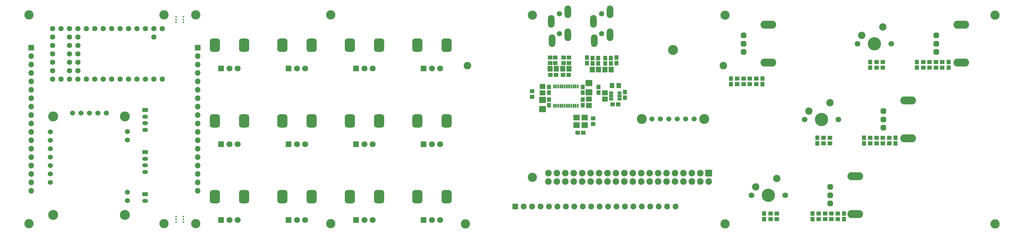
<source format=gbs>
%TF.GenerationSoftware,KiCad,Pcbnew,(6.0.8)*%
%TF.CreationDate,2022-10-17T00:12:51-07:00*%
%TF.ProjectId,norns-deck-210330,6e6f726e-732d-4646-9563-6b2d32313033,rev?*%
%TF.SameCoordinates,Original*%
%TF.FileFunction,Soldermask,Bot*%
%TF.FilePolarity,Negative*%
%FSLAX46Y46*%
G04 Gerber Fmt 4.6, Leading zero omitted, Abs format (unit mm)*
G04 Created by KiCad (PCBNEW (6.0.8)) date 2022-10-17 00:12:51*
%MOMM*%
%LPD*%
G01*
G04 APERTURE LIST*
G04 Aperture macros list*
%AMRoundRect*
0 Rectangle with rounded corners*
0 $1 Rounding radius*
0 $2 $3 $4 $5 $6 $7 $8 $9 X,Y pos of 4 corners*
0 Add a 4 corners polygon primitive as box body*
4,1,4,$2,$3,$4,$5,$6,$7,$8,$9,$2,$3,0*
0 Add four circle primitives for the rounded corners*
1,1,$1+$1,$2,$3*
1,1,$1+$1,$4,$5*
1,1,$1+$1,$6,$7*
1,1,$1+$1,$8,$9*
0 Add four rect primitives between the rounded corners*
20,1,$1+$1,$2,$3,$4,$5,0*
20,1,$1+$1,$4,$5,$6,$7,0*
20,1,$1+$1,$6,$7,$8,$9,0*
20,1,$1+$1,$8,$9,$2,$3,0*%
%AMFreePoly0*
4,1,25,0.436719,0.836196,0.448842,0.825842,0.825842,0.448842,0.854349,0.392894,0.855600,0.377000,0.855600,-0.377000,0.836196,-0.436719,0.825842,-0.448842,0.448842,-0.825842,0.392894,-0.854349,0.377000,-0.855600,-0.377000,-0.855600,-0.436719,-0.836196,-0.448842,-0.825842,-0.825842,-0.448842,-0.854349,-0.392894,-0.855600,-0.377000,-0.855600,0.377000,-0.836196,0.436719,-0.825842,0.448842,
-0.448842,0.825842,-0.392894,0.854349,-0.377000,0.855600,0.377000,0.855600,0.436719,0.836196,0.436719,0.836196,$1*%
%AMFreePoly1*
4,1,25,0.370379,0.832196,0.382502,0.821842,0.821842,0.382502,0.850349,0.326554,0.851600,0.310660,0.851600,-0.310660,0.832196,-0.370379,0.821842,-0.382502,0.382502,-0.821842,0.326554,-0.850349,0.310660,-0.851600,-0.310660,-0.851600,-0.370379,-0.832196,-0.382502,-0.821842,-0.821842,-0.382502,-0.850349,-0.326554,-0.851600,-0.310660,-0.851600,0.310660,-0.832196,0.370379,-0.821842,0.382502,
-0.382502,0.821842,-0.326554,0.850349,-0.310660,0.851600,0.310660,0.851600,0.370379,0.832196,0.370379,0.832196,$1*%
G04 Aperture macros list end*
%ADD10C,2.800000*%
%ADD11C,2.750000*%
%ADD12RoundRect,0.101600X0.889000X0.889000X-0.889000X0.889000X-0.889000X-0.889000X0.889000X-0.889000X0*%
%ADD13C,1.981200*%
%ADD14FreePoly0,270.000000*%
%ADD15O,4.703200X2.453200*%
%ADD16R,1.800000X1.800000*%
%ADD17C,1.800000*%
%ADD18RoundRect,0.750000X0.750000X-1.250000X0.750000X1.250000X-0.750000X1.250000X-0.750000X-1.250000X0*%
%ADD19C,4.000000*%
%ADD20C,1.700000*%
%ADD21C,2.200000*%
%ADD22C,0.500000*%
%ADD23C,2.286000*%
%ADD24RoundRect,0.101600X-0.750000X-0.750000X0.750000X-0.750000X0.750000X0.750000X-0.750000X0.750000X0*%
%ADD25FreePoly1,0.000000*%
%ADD26C,3.000000*%
%ADD27C,1.524000*%
%ADD28R,1.700000X1.700000*%
%ADD29O,1.700000X1.700000*%
%ADD30C,1.600000*%
%ADD31O,2.003200X3.803200*%
%ADD32RoundRect,0.101600X0.500000X-0.550000X0.500000X0.550000X-0.500000X0.550000X-0.500000X-0.550000X0*%
%ADD33RoundRect,0.101600X0.550000X-0.500000X0.550000X0.500000X-0.550000X0.500000X-0.550000X-0.500000X0*%
%ADD34RoundRect,0.101600X0.500000X0.550000X-0.500000X0.550000X-0.500000X-0.550000X0.500000X-0.550000X0*%
%ADD35RoundRect,0.101600X-0.550000X0.500000X-0.550000X-0.500000X0.550000X-0.500000X0.550000X0.500000X0*%
%ADD36RoundRect,0.101600X0.900000X-0.800000X0.900000X0.800000X-0.900000X0.800000X-0.900000X-0.800000X0*%
%ADD37RoundRect,0.250000X-0.625000X0.350000X-0.625000X-0.350000X0.625000X-0.350000X0.625000X0.350000X0*%
%ADD38O,1.750000X1.200000*%
%ADD39RoundRect,0.101600X-0.500000X0.550000X-0.500000X-0.550000X0.500000X-0.550000X0.500000X0.550000X0*%
%ADD40RoundRect,0.101600X0.650000X0.750000X-0.650000X0.750000X-0.650000X-0.750000X0.650000X-0.750000X0*%
%ADD41RoundRect,0.101600X-0.650000X-0.750000X0.650000X-0.750000X0.650000X0.750000X-0.650000X0.750000X0*%
%ADD42RoundRect,0.101600X0.152400X0.495300X-0.152400X0.495300X-0.152400X-0.495300X0.152400X-0.495300X0*%
%ADD43RoundRect,0.101600X-0.900000X0.800000X-0.900000X-0.800000X0.900000X-0.800000X0.900000X0.800000X0*%
%ADD44RoundRect,0.101600X0.550000X0.500000X-0.550000X0.500000X-0.550000X-0.500000X0.550000X-0.500000X0*%
%ADD45RoundRect,0.101600X-0.495000X0.345000X-0.495000X-0.345000X0.495000X-0.345000X0.495000X0.345000X0*%
%ADD46RoundRect,0.101600X0.495000X-0.345000X0.495000X0.345000X-0.495000X0.345000X-0.495000X-0.345000X0*%
%ADD47RoundRect,0.101600X-0.500000X-0.550000X0.500000X-0.550000X0.500000X0.550000X-0.500000X0.550000X0*%
%ADD48RoundRect,0.101600X-0.750000X0.650000X-0.750000X-0.650000X0.750000X-0.650000X0.750000X0.650000X0*%
%ADD49RoundRect,0.101600X0.750000X-0.650000X0.750000X0.650000X-0.750000X0.650000X-0.750000X-0.650000X0*%
%ADD50RoundRect,0.101600X-0.550000X-0.500000X0.550000X-0.500000X0.550000X0.500000X-0.550000X0.500000X0*%
%ADD51RoundRect,0.101600X-0.600000X-0.650000X0.600000X-0.650000X0.600000X0.650000X-0.600000X0.650000X0*%
%ADD52RoundRect,0.101600X0.800000X0.750000X-0.800000X0.750000X-0.800000X-0.750000X0.800000X-0.750000X0*%
%ADD53RoundRect,0.101600X-0.800000X-0.750000X0.800000X-0.750000X0.800000X0.750000X-0.800000X0.750000X0*%
G04 APERTURE END LIST*
D10*
X49685200Y-178847800D03*
D11*
X201212200Y-164857800D03*
X259212200Y-115857800D03*
X201212200Y-115857800D03*
D12*
X254342200Y-163587800D03*
D13*
X254342200Y-166127800D03*
X251802200Y-163587800D03*
X251802200Y-166127800D03*
X249262200Y-163587800D03*
X249262200Y-166127800D03*
X246722200Y-163587800D03*
X246722200Y-166127800D03*
X244182200Y-163587800D03*
X244182200Y-166127800D03*
X241642200Y-163587800D03*
X241642200Y-166127800D03*
X239102200Y-163587800D03*
X239102200Y-166127800D03*
X236562200Y-163587800D03*
X236562200Y-166127800D03*
X234022200Y-163587800D03*
X234022200Y-166127800D03*
X231482200Y-163587800D03*
X231482200Y-166127800D03*
X228942200Y-163587800D03*
X228942200Y-166127800D03*
X226402200Y-163587800D03*
X226402200Y-166127800D03*
X223862200Y-163587800D03*
X223862200Y-166127800D03*
X221322200Y-163587800D03*
X221322200Y-166127800D03*
X218782200Y-163587800D03*
X218782200Y-166127800D03*
X216242200Y-163587800D03*
X216242200Y-166127800D03*
X213702200Y-163587800D03*
X213702200Y-166127800D03*
X211162200Y-163587800D03*
X211162200Y-166127800D03*
X208622200Y-163587800D03*
X208622200Y-166127800D03*
X206082200Y-163587800D03*
X206082200Y-166127800D03*
D14*
X290912200Y-167717800D03*
X290912200Y-172717800D03*
X290912200Y-170217800D03*
D15*
X298412200Y-164502800D03*
X298412200Y-175932800D03*
D16*
X107495200Y-154847800D03*
D17*
X109995200Y-154847800D03*
X112495200Y-154847800D03*
D18*
X105595200Y-147847800D03*
X114395200Y-147847800D03*
D16*
X148135200Y-177707800D03*
D17*
X150635200Y-177707800D03*
X153135200Y-177707800D03*
D18*
X155035200Y-170707800D03*
X146235200Y-170707800D03*
D10*
X49685200Y-115847800D03*
D16*
X107495200Y-131987800D03*
D17*
X109995200Y-131987800D03*
X112495200Y-131987800D03*
D18*
X105595200Y-124987800D03*
X114395200Y-124987800D03*
D19*
X304212200Y-124497800D03*
D20*
X299132200Y-124497800D03*
X309292200Y-124497800D03*
D21*
X306752200Y-119417800D03*
X300402200Y-121957800D03*
D10*
X259212200Y-178857800D03*
D16*
X148135200Y-154847800D03*
D17*
X150635200Y-154847800D03*
X153135200Y-154847800D03*
D18*
X155035200Y-147847800D03*
X146235200Y-147847800D03*
D22*
X93980200Y-117227800D03*
X96180200Y-116427800D03*
X93980200Y-118027800D03*
X96180200Y-118027800D03*
X96180200Y-117227800D03*
X93980200Y-116427800D03*
D16*
X107495200Y-177707800D03*
D17*
X109995200Y-177707800D03*
X112495200Y-177707800D03*
D18*
X105595200Y-170707800D03*
X114395200Y-170707800D03*
D14*
X264792200Y-121997800D03*
X264792200Y-126997800D03*
X264792200Y-124497800D03*
D15*
X272292200Y-118782800D03*
X272292200Y-130212800D03*
D16*
X168455200Y-177707800D03*
D17*
X170955200Y-177707800D03*
X173455200Y-177707800D03*
D18*
X175355200Y-170707800D03*
X166555200Y-170707800D03*
D10*
X181107200Y-178857800D03*
X99835200Y-115847800D03*
D16*
X127815200Y-131987800D03*
D17*
X130315200Y-131987800D03*
X132815200Y-131987800D03*
D18*
X134715200Y-124987800D03*
X125915200Y-124987800D03*
D10*
X90325200Y-178847800D03*
D16*
X127815200Y-177707800D03*
D17*
X130315200Y-177707800D03*
X132815200Y-177707800D03*
D18*
X134715200Y-170707800D03*
X125915200Y-170707800D03*
D10*
X140475200Y-178847800D03*
X90325200Y-115847800D03*
D22*
X93980200Y-177487800D03*
X96180200Y-177487800D03*
X93980200Y-176687800D03*
X93980200Y-178287800D03*
X96180200Y-178287800D03*
X96180200Y-176687800D03*
D23*
X181667200Y-131112800D03*
X258667200Y-131112800D03*
D24*
X196037200Y-173612800D03*
D25*
X198577200Y-173612800D03*
X201117200Y-173612800D03*
X203657200Y-173612800D03*
X206197200Y-173612800D03*
X208737200Y-173612800D03*
X211277200Y-173612800D03*
X213817200Y-173612800D03*
X216357200Y-173612800D03*
X218897200Y-173612800D03*
X221437200Y-173612800D03*
X223977200Y-173612800D03*
X226517200Y-173612800D03*
X229057200Y-173612800D03*
X231597200Y-173612800D03*
X234137200Y-173612800D03*
X236677200Y-173612800D03*
X239217200Y-173612800D03*
X241757200Y-173612800D03*
X244297200Y-173612800D03*
D16*
X168455200Y-154847800D03*
D17*
X170955200Y-154847800D03*
X173455200Y-154847800D03*
D18*
X175355200Y-147847800D03*
X166555200Y-147847800D03*
D14*
X306872200Y-144857800D03*
X306872200Y-149857800D03*
X306872200Y-147357800D03*
D15*
X314372200Y-141642800D03*
X314372200Y-153072800D03*
D10*
X99835200Y-178847800D03*
X340492200Y-115857800D03*
D19*
X272292200Y-170217800D03*
D20*
X277372200Y-170217800D03*
X267212200Y-170217800D03*
D21*
X274832200Y-165137800D03*
X268482200Y-167677800D03*
D26*
X234142800Y-147199800D03*
X243542800Y-126399800D03*
X252942800Y-147199800D03*
D27*
X237192800Y-147199800D03*
X239732800Y-147199800D03*
X242272800Y-147199800D03*
X244812800Y-147199800D03*
X247352800Y-147199800D03*
X249892800Y-147199800D03*
D28*
X50320200Y-125757800D03*
D29*
X50320200Y-128297800D03*
X50320200Y-130837800D03*
X50320200Y-133377800D03*
X50320200Y-135917800D03*
X50320200Y-138457800D03*
X50320200Y-140997800D03*
X50320200Y-143537800D03*
X50320200Y-146077800D03*
X50320200Y-148617800D03*
X50320200Y-151157800D03*
X50320200Y-153697800D03*
X50320200Y-156237800D03*
X50320200Y-158777800D03*
X50320200Y-161317800D03*
X50320200Y-163857800D03*
X50320200Y-166397800D03*
X50320200Y-168937800D03*
D20*
X283172200Y-147357800D03*
X293332200Y-147357800D03*
D19*
X288252200Y-147357800D03*
D21*
X290792200Y-142277800D03*
X284442200Y-144817800D03*
D16*
X127815200Y-154847800D03*
D17*
X130315200Y-154847800D03*
X132815200Y-154847800D03*
D18*
X125915200Y-147847800D03*
X134715200Y-147847800D03*
D10*
X340492200Y-178857800D03*
D16*
X148135200Y-131987800D03*
D17*
X150635200Y-131987800D03*
X153135200Y-131987800D03*
D18*
X155035200Y-124987800D03*
X146235200Y-124987800D03*
D14*
X322832200Y-121997800D03*
X322832200Y-126997800D03*
X322832200Y-124497800D03*
D15*
X330332200Y-118782800D03*
X330332200Y-130212800D03*
D10*
X140475200Y-115847800D03*
D16*
X168455200Y-131987800D03*
D17*
X170955200Y-131987800D03*
X173455200Y-131987800D03*
D18*
X166555200Y-124987800D03*
X175355200Y-124987800D03*
D30*
X209372200Y-115497800D03*
X209372200Y-121497800D03*
D31*
X206872200Y-117797800D03*
X211872200Y-114897800D03*
X207172200Y-123597800D03*
X211872200Y-121797800D03*
D32*
X301037200Y-154557800D03*
X301037200Y-152857800D03*
D33*
X210642200Y-130352800D03*
X210642200Y-128652800D03*
D34*
X221017200Y-130455300D03*
X219317200Y-130455300D03*
D35*
X288887200Y-152857800D03*
X288887200Y-154557800D03*
X293136200Y-175717800D03*
X293136200Y-177417800D03*
X219532200Y-147067800D03*
X219532200Y-148767800D03*
D32*
X316997200Y-131697800D03*
X316997200Y-129997800D03*
D35*
X318902200Y-129997800D03*
X318902200Y-131697800D03*
D28*
X100470200Y-125757800D03*
D29*
X100470200Y-128297800D03*
X100470200Y-130837800D03*
X100470200Y-133377800D03*
X100470200Y-135917800D03*
X100470200Y-138457800D03*
X100470200Y-140997800D03*
X100470200Y-143537800D03*
X100470200Y-146077800D03*
X100470200Y-148617800D03*
X100470200Y-151157800D03*
X100470200Y-153697800D03*
X100470200Y-156237800D03*
X100470200Y-158777800D03*
X100470200Y-161317800D03*
X100470200Y-163857800D03*
X100470200Y-166397800D03*
X100470200Y-168937800D03*
D32*
X216357200Y-139242800D03*
X216357200Y-137542800D03*
X270507200Y-136697800D03*
X270507200Y-134997800D03*
D35*
X289326200Y-175717800D03*
X289326200Y-177417800D03*
X272927200Y-175717800D03*
X272927200Y-177417800D03*
D36*
X218262200Y-139157800D03*
X218262200Y-136357800D03*
D35*
X287421200Y-175717800D03*
X287421200Y-177417800D03*
X302942200Y-152857800D03*
X302942200Y-154557800D03*
X320807200Y-129997800D03*
X320807200Y-131697800D03*
X266697200Y-134997800D03*
X266697200Y-136697800D03*
D37*
X84666200Y-157236200D03*
D38*
X84666200Y-159236200D03*
X84666200Y-161236200D03*
X84666200Y-163236200D03*
D39*
X206197200Y-141352800D03*
X206197200Y-143052800D03*
D35*
X291231200Y-175717800D03*
X291231200Y-177417800D03*
D40*
X212227200Y-132042800D03*
X210327200Y-132042800D03*
D41*
X219217200Y-132360300D03*
X221117200Y-132360300D03*
D35*
X264792200Y-134997800D03*
X264792200Y-136697800D03*
X308657200Y-152857800D03*
X308657200Y-154557800D03*
D39*
X216357200Y-141352800D03*
X216357200Y-143052800D03*
D42*
X214852200Y-143215600D03*
X214202200Y-143215600D03*
X213552200Y-143215600D03*
X212902200Y-143215600D03*
X212252200Y-143215600D03*
X211602200Y-143215600D03*
X210952200Y-143215600D03*
X210302200Y-143215600D03*
X209652200Y-143215600D03*
X209002200Y-143215600D03*
X208352200Y-143215600D03*
X207702200Y-143215600D03*
X207702200Y-137380000D03*
X208352200Y-137380000D03*
X209002200Y-137380000D03*
X209652200Y-137380000D03*
X210302200Y-137380000D03*
X210952200Y-137380000D03*
X211602200Y-137380000D03*
X212252200Y-137380000D03*
X212902200Y-137380000D03*
X213552200Y-137380000D03*
X214202200Y-137380000D03*
X214852200Y-137380000D03*
D43*
X204292200Y-141437800D03*
X204292200Y-144237800D03*
D35*
X268602200Y-134997800D03*
X268602200Y-136697800D03*
D33*
X306752200Y-131697800D03*
X306752200Y-129997800D03*
D35*
X306752200Y-152857800D03*
X306752200Y-154557800D03*
D44*
X212127200Y-133947800D03*
X210427200Y-133947800D03*
D35*
X262887200Y-134997800D03*
X262887200Y-136697800D03*
D39*
X226517200Y-128652800D03*
X226517200Y-130352800D03*
D32*
X295041200Y-177417800D03*
X295041200Y-175717800D03*
D40*
X224927200Y-132360300D03*
X223027200Y-132360300D03*
D45*
X227499700Y-139347800D03*
X227499700Y-140297800D03*
X227499700Y-141247800D03*
D46*
X224899700Y-141247800D03*
X224899700Y-140297800D03*
D45*
X224899700Y-139347800D03*
D32*
X221119700Y-139242800D03*
X221119700Y-137542800D03*
D39*
X217627200Y-128652800D03*
X217627200Y-130352800D03*
D32*
X302942200Y-131697800D03*
X302942200Y-129997800D03*
D47*
X223127200Y-128867800D03*
X224827200Y-128867800D03*
D34*
X221017200Y-128867800D03*
X219317200Y-128867800D03*
D32*
X310562200Y-154557800D03*
X310562200Y-152857800D03*
X286982200Y-154557800D03*
X286982200Y-152857800D03*
D35*
X322712200Y-129997800D03*
X322712200Y-131697800D03*
X304847200Y-129997800D03*
X304847200Y-131697800D03*
D33*
X290792200Y-154557800D03*
X290792200Y-152857800D03*
D47*
X223127200Y-130455300D03*
X224827200Y-130455300D03*
D39*
X229057200Y-139130300D03*
X229057200Y-140830300D03*
D33*
X208102200Y-130352800D03*
X208102200Y-128652800D03*
D32*
X271022200Y-177417800D03*
X271022200Y-175717800D03*
D48*
X218262200Y-141252800D03*
X218262200Y-143152800D03*
D30*
X222072200Y-121497800D03*
X222072200Y-115497800D03*
D31*
X219572200Y-117797800D03*
X224572200Y-114897800D03*
X219872200Y-123597800D03*
X224572200Y-121797800D03*
D49*
X204292200Y-139342800D03*
X204292200Y-137442800D03*
D35*
X324617200Y-129997800D03*
X324617200Y-131697800D03*
D50*
X225349700Y-142837800D03*
X227049700Y-142837800D03*
D32*
X260982200Y-136697800D03*
X260982200Y-134997800D03*
D35*
X304847200Y-152857800D03*
X304847200Y-154557800D03*
X201117200Y-138812800D03*
X201117200Y-140512800D03*
D26*
X56921000Y-146477800D03*
X56921000Y-176197800D03*
X78511000Y-176197800D03*
X78511000Y-146477800D03*
D27*
X72921000Y-145468200D03*
X70381000Y-145468200D03*
X67841000Y-145468200D03*
X65301000Y-145468200D03*
X62761000Y-145468200D03*
X56106200Y-151157800D03*
X56106200Y-153697800D03*
X56106200Y-156237800D03*
X56106200Y-158777800D03*
X56106200Y-161317800D03*
X56106200Y-163857800D03*
X56106200Y-166397800D03*
X79271000Y-171884200D03*
X79271000Y-169344200D03*
X79271000Y-153596200D03*
X79271000Y-151056200D03*
D37*
X84666200Y-169936200D03*
D38*
X84666200Y-171936200D03*
D51*
X225183700Y-137122800D03*
X227215700Y-137122800D03*
D33*
X206514700Y-130352800D03*
X206514700Y-128652800D03*
D44*
X216572200Y-151410300D03*
X214872200Y-151410300D03*
D37*
X84666200Y-144536200D03*
D38*
X84666200Y-146536200D03*
X84666200Y-148536200D03*
X84666200Y-150536200D03*
D48*
X223024700Y-139347800D03*
X223024700Y-141247800D03*
D33*
X274832200Y-177417800D03*
X274832200Y-175717800D03*
D32*
X326522200Y-131697800D03*
X326522200Y-129997800D03*
D41*
X206517200Y-132042800D03*
X208417200Y-132042800D03*
D52*
X216972200Y-149067800D03*
X214472200Y-149067800D03*
D53*
X214472200Y-146767800D03*
X216972200Y-146767800D03*
D50*
X206617200Y-133947800D03*
X208317200Y-133947800D03*
D30*
X89759962Y-135207800D03*
X87219962Y-135207800D03*
X84679962Y-135207800D03*
X82139962Y-135207800D03*
X79599962Y-135207800D03*
X77059962Y-135207800D03*
X74519962Y-135207800D03*
X71979962Y-135207800D03*
X69439962Y-135207800D03*
X66899962Y-135207800D03*
X64359962Y-135207800D03*
X61819962Y-135207800D03*
X59279962Y-135207800D03*
X56739962Y-135207800D03*
X56739962Y-132667800D03*
X56739962Y-130127800D03*
X56739962Y-127587800D03*
X56739962Y-125047800D03*
X56739962Y-122507800D03*
X56739962Y-119967800D03*
X59279962Y-119967800D03*
X61819962Y-119967800D03*
X64359962Y-119967800D03*
X66899962Y-119967800D03*
X69439962Y-119967800D03*
X71979962Y-119967800D03*
X74519962Y-119967800D03*
X77059962Y-119967800D03*
X79599962Y-119967800D03*
X82139962Y-119967800D03*
X84679962Y-119967800D03*
X87219962Y-119967800D03*
X89759962Y-119967800D03*
X87219962Y-122507800D03*
X61819962Y-122507800D03*
X64359962Y-122507800D03*
X61819962Y-125047800D03*
X64359962Y-125047800D03*
X61819962Y-127587800D03*
X64359962Y-127587800D03*
X61819962Y-130127800D03*
X64359962Y-130127800D03*
X61819962Y-132667800D03*
X64359962Y-132667800D03*
D33*
X212229700Y-130352800D03*
X212229700Y-128652800D03*
D32*
X285516200Y-177417800D03*
X285516200Y-175717800D03*
X206197200Y-139242800D03*
X206197200Y-137542800D03*
M02*

</source>
